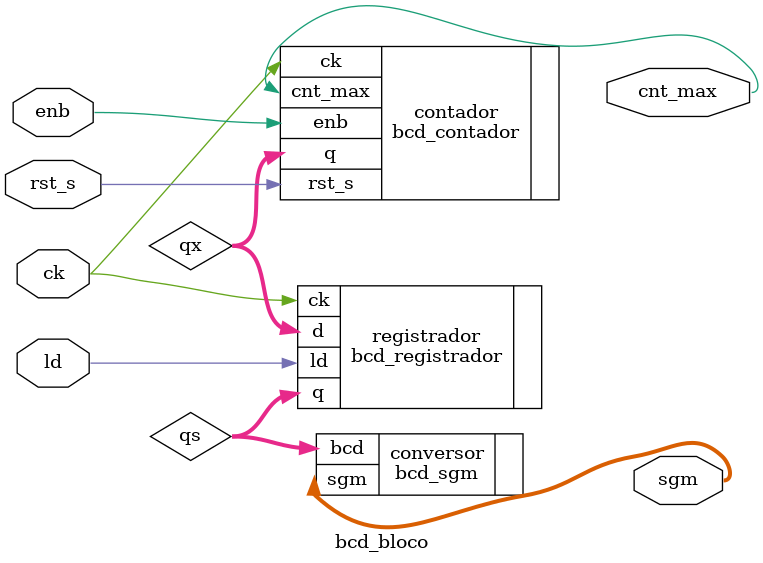
<source format=v>
`include "counters/bcd_contador.v"
`include "bcd_registrador.v"
`include "bcd_sgm.v"

module bcd_bloco(input ck,
                    input rst_s,
                    input enb,
                    input ld,
                    output reg [6:0] sgm,
                    output cnt_max);
    wire [3:0] qx;
    wire [3:0] qs;
    bcd_contador #(.width(4), .max_value(9)) contador (
        .ck(ck),
        .enb(enb),
        .rst_s(rst_s),
        .q(qx),
        .cnt_max(cnt_max)
    );
    bcd_registrador registrador(.ck(ck), .ld(ld), .d(qx), .q(qs));
    bcd_sgm conversor(.bcd(qs), .sgm(sgm));
endmodule
</source>
